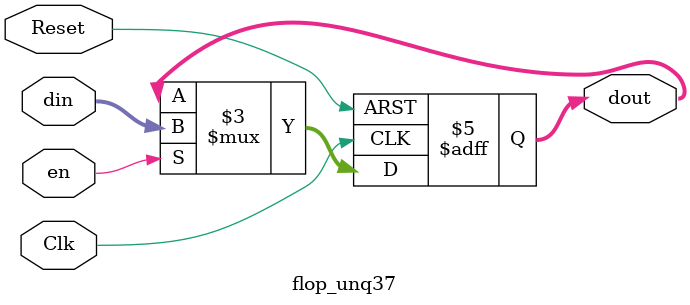
<source format=sv>

/* *****************************************************************************
 * File: flop.vp
 * 
 * Description:
 * Genesis2 flip-flop generator.
 * 
 * Required Genesis2 Controlable Parameters:
 * * Type		- Constant, Flop, RFlop, EFlop, or REFlop
 * * Width		- integer value specifying register width
 * * Default		- default value for the flop 
 *			 (only applies when flop_type=constant|rflop|reflop)
 * * SyncMode		- Sync or ASync flop * Change bar:
 * 
 * 
 * -----------
 * Date          Author   Description
 * Mar 30, 2010  shacham  init version  --  
 * May 20, 2014  jingpu   Add Async mode, change to active low reset
 * 
 * ****************************************************************************/


/*******************************************************************************
 * REQUIRED PARAMETERIZATION
 ******************************************************************************/
// Type (_GENESIS2_INHERITANCE_PRIORITY_) = REFlop
//
// Default (_GENESIS2_INHERITANCE_PRIORITY_) = 10
//
// Width (_GENESIS2_INHERITANCE_PRIORITY_) = 5
//
// SyncMode (_GENESIS2_DECLARATION_PRIORITY_) = ASync
//

module flop_unq37(
	       //inputs
	       input wire logic 		   Clk,
	       input wire logic [4:0]  din,
	       input wire logic 		   Reset,
	       input wire logic 		   en,

	       //outputs
	       output logic [4:0] dout
	       );


   /* synopsys dc_tcl_script_begin
    set_dont_retime [current_design] true
    set_optimize_registers false -design [current_design]
    */
   


   
   always_ff @(posedge Clk or negedge Reset) begin
      if (!Reset) 
	dout <= 5'ha;
      else if (en)
	dout <= din;
   end

endmodule : flop_unq37

</source>
